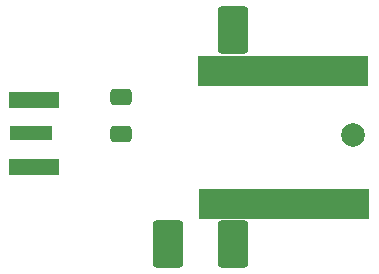
<source format=gbr>
%TF.GenerationSoftware,KiCad,Pcbnew,6.0.2+dfsg-1*%
%TF.CreationDate,2023-09-01T00:23:26+02:00*%
%TF.ProjectId,microUnUn,6d696372-6f55-46e5-956e-2e6b69636164,rev?*%
%TF.SameCoordinates,Original*%
%TF.FileFunction,Soldermask,Bot*%
%TF.FilePolarity,Negative*%
%FSLAX46Y46*%
G04 Gerber Fmt 4.6, Leading zero omitted, Abs format (unit mm)*
G04 Created by KiCad (PCBNEW 6.0.2+dfsg-1) date 2023-09-01 00:23:26*
%MOMM*%
%LPD*%
G01*
G04 APERTURE LIST*
G04 Aperture macros list*
%AMRoundRect*
0 Rectangle with rounded corners*
0 $1 Rounding radius*
0 $2 $3 $4 $5 $6 $7 $8 $9 X,Y pos of 4 corners*
0 Add a 4 corners polygon primitive as box body*
4,1,4,$2,$3,$4,$5,$6,$7,$8,$9,$2,$3,0*
0 Add four circle primitives for the rounded corners*
1,1,$1+$1,$2,$3*
1,1,$1+$1,$4,$5*
1,1,$1+$1,$6,$7*
1,1,$1+$1,$8,$9*
0 Add four rect primitives between the rounded corners*
20,1,$1+$1,$2,$3,$4,$5,0*
20,1,$1+$1,$4,$5,$6,$7,0*
20,1,$1+$1,$6,$7,$8,$9,0*
20,1,$1+$1,$8,$9,$2,$3,0*%
G04 Aperture macros list end*
%ADD10R,14.500000X2.600000*%
%ADD11C,2.000000*%
%ADD12RoundRect,0.249999X-1.025001X-1.750001X1.025001X-1.750001X1.025001X1.750001X-1.025001X1.750001X0*%
%ADD13R,3.600000X1.270000*%
%ADD14R,4.200000X1.350000*%
%ADD15RoundRect,0.250000X0.650000X-0.412500X0.650000X0.412500X-0.650000X0.412500X-0.650000X-0.412500X0*%
G04 APERTURE END LIST*
D10*
%TO.C,H2*%
X117500000Y-76454000D03*
%TD*%
%TO.C,H1*%
X117400000Y-65254000D03*
%TD*%
D11*
%TO.C,REF\u002A\u002A*%
X123300000Y-70600000D03*
%TD*%
D12*
%TO.C,U1*%
X113155221Y-79849800D03*
X107655221Y-79849800D03*
X113155221Y-61749800D03*
%TD*%
D13*
%TO.C,J1*%
X96100000Y-70500000D03*
D14*
X96300000Y-73325000D03*
X96300000Y-67675000D03*
%TD*%
D15*
%TO.C,C1*%
X103700000Y-70525000D03*
X103700000Y-67400000D03*
%TD*%
M02*

</source>
